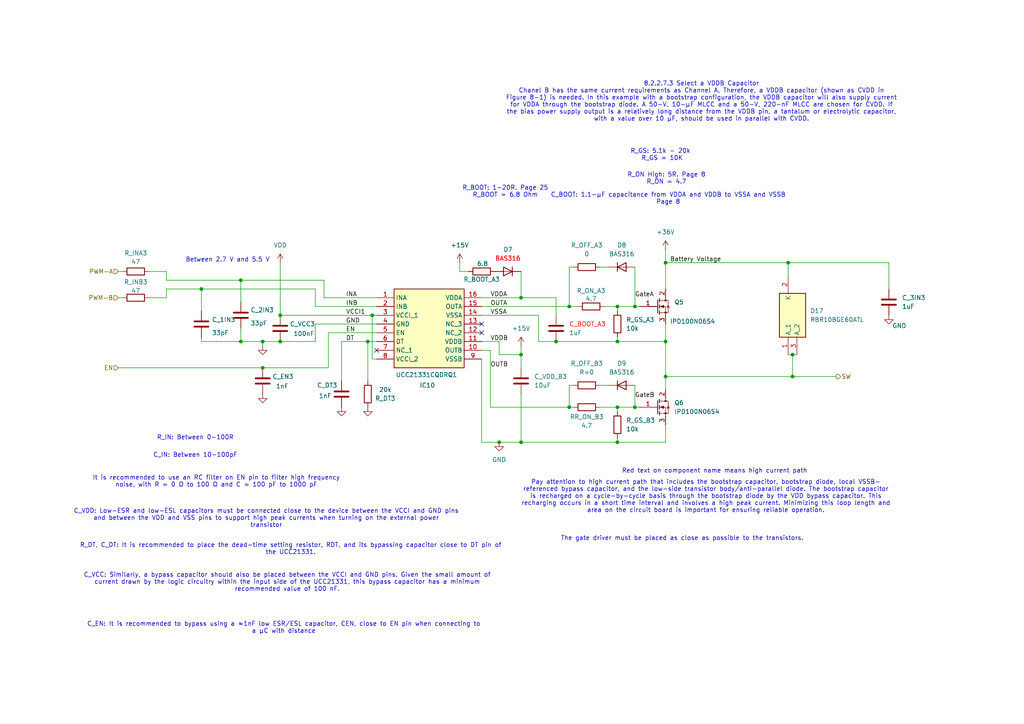
<source format=kicad_sch>
(kicad_sch (version 20231120) (generator "eeschema") (generator_version "8.0")
  (paper "A4")
  (lib_symbols
    (symbol "BSP129_1" (pin_names hide)
      (property "Reference" "Q1" (at 5.08 1.2701 0))
      (property "Value" "IPD100N06S4" (at 5.08 -1.2699 0))
      (symbol "BSP129_1_0_1"
        (polyline (pts (xy 0.254 0) (xy -2.54 0)))
        (polyline (pts (xy 0.254 1.905) (xy 0.254 -1.905)) (stroke (width 0.254)))
        (polyline (pts (xy 0.762 -1.27) (xy 0.762 -2.286)) (stroke (width 0.254)))
        (polyline (pts (xy 0.762 0.508) (xy 0.762 -0.508)) (stroke (width 0.254)))
        (polyline (pts (xy 0.762 2.286) (xy 0.762 1.27)) (stroke (width 0.254)))
        (polyline (pts (xy 2.54 2.54) (xy 2.54 1.778)))
        (polyline (pts (xy 2.54 -2.54) (xy 2.54 0) (xy 0.762 0)))
        (polyline (pts (xy 0.762 -1.778) (xy 3.302 -1.778) (xy 3.302 1.778) (xy 0.762 1.778)))
        (polyline (pts (xy 1.016 0) (xy 2.032 0.381) (xy 2.032 -0.381) (xy 1.016 0)) (fill (type outline)))
        (polyline (pts (xy 3.302 0.381) (xy 2.921 -0.254) (xy 3.683 -0.254) (xy 3.302 0.381)))
        (circle (center 2.54 -1.778) (radius 0.254) (fill (type outline)))
        (circle (center 2.54 1.778) (radius 0.254) (fill (type outline)))
      )
      (symbol "BSP129_1_1_1"
        (pin input line (at -5.08 0 0) (length 5.08) (name "G") (number "1"))
        (pin passive line (at 2.54 5.08 270) (length 2.54) (name "D") (number "2"))
        (pin passive line (at 2.54 -5.08 90) (length 2.54) (name "S") (number "3"))
      )
    )
    (symbol "Device:C" (pin_numbers hide) (pin_names (offset 0.254))
      (property "Reference" "C" (at 0.635 2.54 0))
      (property "Value" "C" (at 0.635 -2.54 0))
      (symbol "C_0_1"
        (polyline (pts (xy -2.032 -0.762) (xy 2.032 -0.762)) (stroke (width 0.508)))
        (polyline (pts (xy -2.032 0.762) (xy 2.032 0.762)) (stroke (width 0.508)))
      )
      (symbol "C_1_1"
        (pin passive line (at 0 3.81 270) (length 2.794) (name "~") (number "1"))
        (pin passive line (at 0 -3.81 90) (length 2.794) (name "~") (number "2"))
      )
    )
    (symbol "Device:R" (pin_numbers hide) (pin_names (offset 0))
      (property "Reference" "R" (at 2.032 0 90))
      (property "Value" "R" (at 0 0 90))
      (symbol "R_0_1"
        (rectangle (start -1.016 -2.54) (end 1.016 2.54) (stroke (width 0.254)))
      )
      (symbol "R_1_1"
        (pin passive line (at 0 3.81 270) (length 1.27) (name "~") (number "1"))
        (pin passive line (at 0 -3.81 90) (length 1.27) (name "~") (number "2"))
      )
    )
    (symbol "Diode:BAS316" (pin_numbers hide) (pin_names hide)
      (property "Reference" "D" (at 0 2.54 0))
      (property "Value" "BAS316" (at 0 -2.54 0))
      (symbol "BAS316_0_1"
        (polyline (pts (xy -1.27 1.27) (xy -1.27 -1.27)) (stroke (width 0.254)))
        (polyline (pts (xy 1.27 0) (xy -1.27 0)))
        (polyline (pts (xy 1.27 1.27) (xy 1.27 -1.27) (xy -1.27 0) (xy 1.27 1.27)) (stroke (width 0.254)))
      )
      (symbol "BAS316_1_1"
        (pin passive line (at -3.81 0 0) (length 2.54) (name "K") (number "1"))
        (pin passive line (at 3.81 0 180) (length 2.54) (name "A") (number "2"))
      )
    )
    (symbol "RBR10BGE60ATL:RBR10BGE60ATL"
      (property "Reference" "D" (at 19.05 7.62 0))
      (property "Value" "RBR10BGE60ATL" (at 19.05 5.08 0))
      (symbol "RBR10BGE60ATL_1_1"
        (rectangle (start 5.08 2.54) (end 17.78 -5.08) (stroke (width 0.254)) (fill (type background)))
        (pin passive line (at 0 0 0) (length 5.08) (name "A_1") (number "1"))
        (pin passive line (at 22.86 0 180) (length 5.08) (name "K") (number "2"))
        (pin passive line (at 0 -2.54 0) (length 5.08) (name "A_2") (number "3"))
      )
    )
    (symbol "UCC21331CQDRQ1:UCC21331CQDRQ1"
      (property "Reference" "IC" (at 26.67 7.62 0))
      (property "Value" "UCC21331CQDRQ1" (at 26.67 5.08 0))
      (symbol "UCC21331CQDRQ1_1_1"
        (rectangle (start 5.08 2.54) (end 25.4 -20.32) (stroke (width 0.254)) (fill (type background)))
        (pin passive line (at 0 0 0) (length 5.08) (name "INA") (number "1"))
        (pin passive line (at 30.48 -15.24 180) (length 5.08) (name "OUTB") (number "10"))
        (pin passive line (at 30.48 -12.7 180) (length 5.08) (name "VDDB") (number "11"))
        (pin passive line (at 30.48 -10.16 180) (length 5.08) (name "NC_2") (number "12"))
        (pin passive line (at 30.48 -7.62 180) (length 5.08) (name "NC_3") (number "13"))
        (pin passive line (at 30.48 -5.08 180) (length 5.08) (name "VSSA") (number "14"))
        (pin passive line (at 30.48 -2.54 180) (length 5.08) (name "OUTA") (number "15"))
        (pin passive line (at 30.48 0 180) (length 5.08) (name "VDDA") (number "16"))
        (pin passive line (at 0 -2.54 0) (length 5.08) (name "INB") (number "2"))
        (pin passive line (at 0 -5.08 0) (length 5.08) (name "VCCI_1") (number "3"))
        (pin passive line (at 0 -7.62 0) (length 5.08) (name "GND") (number "4"))
        (pin passive line (at 0 -10.16 0) (length 5.08) (name "EN") (number "5"))
        (pin passive line (at 0 -12.7 0) (length 5.08) (name "DT") (number "6"))
        (pin passive line (at 0 -15.24 0) (length 5.08) (name "NC_1") (number "7"))
        (pin passive line (at 0 -17.78 0) (length 5.08) (name "VCCI_2") (number "8"))
        (pin passive line (at 30.48 -17.78 180) (length 5.08) (name "VSSB") (number "9"))
      )
    )
    (symbol "power:+15V" (power) (pin_numbers hide) (pin_names (offset 0) hide)
      (property "Value" "+15V" (at 0 3.556 0))
      (symbol "+15V_0_1"
        (polyline (pts (xy -0.762 1.27) (xy 0 2.54)))
        (polyline (pts (xy 0 0) (xy 0 2.54)))
        (polyline (pts (xy 0 2.54) (xy 0.762 1.27)))
      )
      (symbol "+15V_1_1"
        (pin power_in line (at 0 0 90) (length 0) (name "~") (number "1"))
      )
    )
    (symbol "power:+36V" (power) (pin_numbers hide) (pin_names (offset 0) hide)
      (property "Value" "+36V" (at 0 3.556 0))
      (symbol "+36V_0_1"
        (polyline (pts (xy -0.762 1.27) (xy 0 2.54)))
        (polyline (pts (xy 0 0) (xy 0 2.54)))
        (polyline (pts (xy 0 2.54) (xy 0.762 1.27)))
      )
      (symbol "+36V_1_1"
        (pin power_in line (at 0 0 90) (length 0) (name "~") (number "1"))
      )
    )
    (symbol "power:GND" (power) (pin_numbers hide) (pin_names (offset 0) hide)
      (property "Value" "GND" (at 0 -3.81 0))
      (symbol "GND_0_1"
        (polyline (pts (xy 0 0) (xy 0 -1.27) (xy 1.27 -1.27) (xy 0 -2.54) (xy -1.27 -1.27) (xy 0 -1.27)))
      )
      (symbol "GND_1_1"
        (pin power_in line (at 0 0 270) (length 0) (name "~") (number "1"))
      )
    )
    (symbol "power:VCC" (power) (pin_numbers hide) (pin_names (offset 0) hide)
      (property "Value" "VCC" (at 0 3.556 0))
      (symbol "VCC_0_1"
        (polyline (pts (xy -0.762 1.27) (xy 0 2.54)))
        (polyline (pts (xy 0 0) (xy 0 2.54)))
        (polyline (pts (xy 0 2.54) (xy 0.762 1.27)))
      )
      (symbol "VCC_1_1"
        (pin power_in line (at 0 0 90) (length 0) (name "~") (number "1"))
      )
    )
  )
  (junction (at 81.28 99.06))
  (junction (at 165.1 88.9))
  (junction (at 69.85 81.28))
  (junction (at 184.15 118.11))
  (junction (at 161.29 99.06))
  (junction (at 106.68 99.06))
  (junction (at 165.1 118.11))
  (junction (at 229.87 109.22))
  (junction (at 228.6 76.2))
  (junction (at 151.13 86.36))
  (junction (at 184.15 88.9))
  (junction (at 69.85 99.06))
  (junction (at 179.07 128.27))
  (junction (at 179.07 99.06))
  (junction (at 229.87 102.87))
  (junction (at 76.2 106.68))
  (junction (at 179.07 118.11))
  (junction (at 76.2 99.06))
  (junction (at 151.13 102.87))
  (junction (at 193.04 76.2))
  (junction (at 151.13 128.27))
  (junction (at 144.78 128.27))
  (junction (at 193.04 99.06))
  (junction (at 179.07 88.9))
  (junction (at 107.95 91.44))
  (junction (at 81.28 91.44))
  (junction (at 58.42 83.82))
  (junction (at 193.04 109.22))
  (no_connect (at 109.22 101.6))
  (no_connect (at 139.7 96.52))
  (no_connect (at 139.7 93.98))
  (wire (pts (xy 106.68 110.49) (xy 106.68 99.06)))
  (wire (pts (xy 156.21 91.44) (xy 156.21 99.06)))
  (wire (pts (xy 193.04 72.39) (xy 193.04 76.2)))
  (wire (pts (xy 176.53 77.47) (xy 173.99 77.47)))
  (wire (pts (xy 91.44 93.98) (xy 109.22 93.98)))
  (wire (pts (xy 99.06 99.06) (xy 106.68 99.06)))
  (wire (pts (xy 156.21 99.06) (xy 161.29 99.06)))
  (wire (pts (xy 257.81 76.2) (xy 257.81 83.82)))
  (wire (pts (xy 193.04 109.22) (xy 193.04 113.03)))
  (wire (pts (xy 81.28 76.2) (xy 81.28 91.44)))
  (wire (pts (xy 91.44 99.06) (xy 91.44 93.98)))
  (wire (pts (xy 144.78 102.87) (xy 151.13 102.87)))
  (wire (pts (xy 81.28 99.06) (xy 91.44 99.06)))
  (wire (pts (xy 69.85 81.28) (xy 69.85 87.63)))
  (wire (pts (xy 144.78 128.27) (xy 151.13 128.27)))
  (wire (pts (xy 179.07 90.17) (xy 179.07 88.9)))
  (wire (pts (xy 193.04 123.19) (xy 193.04 128.27)))
  (wire (pts (xy 76.2 100.33) (xy 76.2 99.06)))
  (wire (pts (xy 179.07 127) (xy 179.07 128.27)))
  (wire (pts (xy 193.04 76.2) (xy 228.6 76.2)))
  (wire (pts (xy 139.7 88.9) (xy 165.1 88.9)))
  (wire (pts (xy 34.29 78.74) (xy 35.56 78.74)))
  (wire (pts (xy 185.42 118.11) (xy 184.15 118.11)))
  (wire (pts (xy 48.26 86.36) (xy 48.26 83.82)))
  (wire (pts (xy 179.07 99.06) (xy 193.04 99.06)))
  (wire (pts (xy 107.95 104.14) (xy 107.95 91.44)))
  (wire (pts (xy 151.13 102.87) (xy 151.13 106.68)))
  (wire (pts (xy 179.07 118.11) (xy 184.15 118.11)))
  (wire (pts (xy 139.7 101.6) (xy 142.24 101.6)))
  (wire (pts (xy 144.78 102.87) (xy 144.78 99.06)))
  (wire (pts (xy 151.13 78.74) (xy 151.13 86.36)))
  (wire (pts (xy 34.29 106.68) (xy 76.2 106.68)))
  (wire (pts (xy 58.42 83.82) (xy 91.44 83.82)))
  (wire (pts (xy 107.95 91.44) (xy 109.22 91.44)))
  (wire (pts (xy 151.13 114.3) (xy 151.13 128.27)))
  (wire (pts (xy 179.07 119.38) (xy 179.07 118.11)))
  (wire (pts (xy 133.35 76.2) (xy 133.35 78.74)))
  (wire (pts (xy 151.13 100.33) (xy 151.13 102.87)))
  (wire (pts (xy 228.6 102.87) (xy 229.87 102.87)))
  (wire (pts (xy 228.6 76.2) (xy 228.6 80.01)))
  (wire (pts (xy 184.15 118.11) (xy 184.15 111.76)))
  (wire (pts (xy 109.22 104.14) (xy 107.95 104.14)))
  (wire (pts (xy 165.1 77.47) (xy 165.1 88.9)))
  (wire (pts (xy 106.68 99.06) (xy 109.22 99.06)))
  (wire (pts (xy 176.53 111.76) (xy 173.99 111.76)))
  (wire (pts (xy 151.13 128.27) (xy 179.07 128.27)))
  (wire (pts (xy 179.07 128.27) (xy 193.04 128.27)))
  (wire (pts (xy 91.44 83.82) (xy 91.44 88.9)))
  (wire (pts (xy 175.26 88.9) (xy 179.07 88.9)))
  (wire (pts (xy 34.29 86.36) (xy 35.56 86.36)))
  (wire (pts (xy 69.85 99.06) (xy 69.85 95.25)))
  (wire (pts (xy 142.24 118.11) (xy 165.1 118.11)))
  (wire (pts (xy 95.25 106.68) (xy 95.25 96.52)))
  (wire (pts (xy 229.87 102.87) (xy 231.14 102.87)))
  (wire (pts (xy 48.26 78.74) (xy 48.26 81.28)))
  (wire (pts (xy 69.85 99.06) (xy 76.2 99.06)))
  (wire (pts (xy 151.13 86.36) (xy 161.29 86.36)))
  (wire (pts (xy 161.29 99.06) (xy 179.07 99.06)))
  (wire (pts (xy 93.98 86.36) (xy 109.22 86.36)))
  (wire (pts (xy 166.37 77.47) (xy 165.1 77.47)))
  (wire (pts (xy 165.1 118.11) (xy 166.37 118.11)))
  (wire (pts (xy 165.1 88.9) (xy 167.64 88.9)))
  (wire (pts (xy 43.18 86.36) (xy 48.26 86.36)))
  (wire (pts (xy 193.04 99.06) (xy 193.04 109.22)))
  (wire (pts (xy 179.07 97.79) (xy 179.07 99.06)))
  (wire (pts (xy 69.85 81.28) (xy 93.98 81.28)))
  (wire (pts (xy 144.78 99.06) (xy 139.7 99.06)))
  (wire (pts (xy 139.7 104.14) (xy 139.7 128.27)))
  (wire (pts (xy 76.2 99.06) (xy 81.28 99.06)))
  (wire (pts (xy 93.98 81.28) (xy 93.98 86.36)))
  (wire (pts (xy 165.1 111.76) (xy 165.1 118.11)))
  (wire (pts (xy 193.04 76.2) (xy 193.04 83.82)))
  (wire (pts (xy 95.25 96.52) (xy 109.22 96.52)))
  (wire (pts (xy 139.7 91.44) (xy 156.21 91.44)))
  (wire (pts (xy 139.7 128.27) (xy 144.78 128.27)))
  (wire (pts (xy 229.87 102.87) (xy 229.87 109.22)))
  (wire (pts (xy 133.35 78.74) (xy 135.89 78.74)))
  (wire (pts (xy 142.24 101.6) (xy 142.24 118.11)))
  (wire (pts (xy 193.04 93.98) (xy 193.04 99.06)))
  (wire (pts (xy 58.42 99.06) (xy 69.85 99.06)))
  (wire (pts (xy 43.18 78.74) (xy 48.26 78.74)))
  (wire (pts (xy 184.15 77.47) (xy 184.15 88.9)))
  (wire (pts (xy 166.37 111.76) (xy 165.1 111.76)))
  (wire (pts (xy 161.29 86.36) (xy 161.29 91.44)))
  (wire (pts (xy 48.26 81.28) (xy 69.85 81.28)))
  (wire (pts (xy 228.6 76.2) (xy 257.81 76.2)))
  (wire (pts (xy 179.07 88.9) (xy 184.15 88.9)))
  (wire (pts (xy 48.26 83.82) (xy 58.42 83.82)))
  (wire (pts (xy 99.06 110.49) (xy 99.06 99.06)))
  (wire (pts (xy 193.04 109.22) (xy 229.87 109.22)))
  (wire (pts (xy 58.42 97.79) (xy 58.42 99.06)))
  (wire (pts (xy 91.44 88.9) (xy 109.22 88.9)))
  (wire (pts (xy 229.87 109.22) (xy 242.57 109.22)))
  (wire (pts (xy 81.28 91.44) (xy 107.95 91.44)))
  (wire (pts (xy 173.99 118.11) (xy 179.07 118.11)))
  (wire (pts (xy 58.42 83.82) (xy 58.42 90.17)))
  (wire (pts (xy 185.42 88.9) (xy 184.15 88.9)))
  (wire (pts (xy 139.7 86.36) (xy 151.13 86.36)))
  (wire (pts (xy 76.2 106.68) (xy 95.25 106.68)))
  (text "R_IN: Between 0-100R" (at 56.642 127 0) (effects (font (size 1.27 1.27))))
  (text "C_EN: It is recommended to bypass using a ≈1nF low ESR/ESL capacitor, CEN, close to EN pin when connecting to\na μC with distance" (at 82.296 182.118 0) (effects (font (size 1.27 1.27))))
  (text "R_ON High: 5R. Page 8\nR_ON = 4.7" (at 193.294 51.816 0) (effects (font (size 1.27 1.27))))
  (text "R_DT, C_DT: It is recommended to place the dead-time setting resistor, RDT, and its bypassing capacitor close to DT pin of\nthe UCC21331." (at 84.328 159.258 0) (effects (font (size 1.27 1.27))))
  (text "R_GS: 5.1k - 20k \nR_GS = 10K" (at 192.024 44.958 0) (effects (font (size 1.27 1.27))))
  (text "R_BOOT: 1-20R. Page 25\nR_BOOT = 6.8 Ohm" (at 146.558 55.626 0) (effects (font (size 1.27 1.27))))
  (text "Between 2.7 V and 5.5 V" (at 66.04 75.438 0) (effects (font (size 1.27 1.27))))
  (text "The gate driver must be placed as close as possible to the transistors." (at 197.866 156.21 0) (effects (font (size 1.27 1.27))))
  (text "C_BOOT: 1.1-μF capacitance from VDDA and VDDB to VSSA and VSSB\nPage 8" (at 193.802 57.658 0) (effects (font (size 1.27 1.27))))
  (text "It is recommended to use an RC filter on EN pin to filter high frequency\nnoise, with R = 0 Ω to 100 Ω and C = 100 pF to 1000 pF" (at 62.738 139.7 0) (effects (font (size 1.27 1.27))))
  (text "Pay attention to high current path that includes the bootstrap capacitor, bootstrap diode, local VSSB-\nreferenced bypass capacitor, and the low-side transistor body/anti-parallel diode. The bootstrap capacitor\nis recharged on a cycle-by-cycle basis through the bootstrap diode by the VDD bypass capacitor. This\nrecharging occurs in a short time interval and involves a high peak current. Minimizing this loop length and\narea on the circuit board is important for ensuring reliable operation." (at 204.724 144.018 0) (effects (font (size 1.27 1.27))))
  (text "8.2.2.7.3 Select a VDDB Capacitor\nChanel B has the same current requirements as Channel A, Therefore, a VDDB capacitor (shown as CVDD in\nFigure 8-1) is needed. In this example with a bootstrap configuration, the VDDB capacitor will also supply current\nfor VDDA through the bootstrap diode. A 50-V, 10-μF MLCC and a 50-V, 220-nF MLCC are chosen for CVDD. If\nthe bias power supply output is a relatively long distance from the VDDB pin, a tantalum or electrolytic capacitor,\nwith a value over 10 μF, should be used in parallel with CVDD." (at 203.454 29.464 0) (effects (font (size 1.27 1.27))))
  (text "C_VCC: Similarly, a bypass capacitor should also be placed between the VCCI and GND pins. Given the small amount of\ncurrent drawn by the logic circuitry within the input side of the UCC21331, this bypass capacitor has a minimum\nrecommended value of 100 nF." (at 83.312 168.91 0) (effects (font (size 1.27 1.27))))
  (text "C_VDD: Low-ESR and low-ESL capacitors must be connected close to the device between the VCCI and GND pins\nand between the VDD and VSS pins to support high peak currents when turning on the external power\ntransistor" (at 77.216 150.368 0) (effects (font (size 1.27 1.27))))
  (text "C_IN: Between 10-100pF" (at 56.642 132.08 0) (effects (font (size 1.27 1.27))))
  (text "Red text on component name means high current path" (at 207.264 136.652 0) (effects (font (size 1.27 1.27))))
  (label "INA" (at 100.33 86.36 0))
  (label "INB" (at 100.33 88.9 0))
  (label "OUTA" (at 142.24 88.9 0))
  (label "GateB" (at 184.15 115.57 0))
  (label "GateA" (at 184.15 86.36 0))
  (label "GND" (at 100.33 93.98 0))
  (label "VSSA" (at 142.24 91.44 0))
  (label "EN" (at 100.33 96.52 0))
  (label "VDDB" (at 142.24 99.06 0))
  (label "DT" (at 100.33 99.06 0))
  (label "VDDA" (at 142.24 86.36 0))
  (label "VCCI1" (at 100.33 91.44 0))
  (label "OUTB" (at 142.24 106.68 0))
  (label "Battery Voltage" (at 194.31 76.2 0))
  (hierarchical_label "EN" (shape input) (at 34.29 106.68 180))
  (hierarchical_label "SW" (shape output) (at 242.57 109.22 0))
  (hierarchical_label "PWM-A" (shape input) (at 34.29 78.74 180))
  (hierarchical_label "PWM-B" (shape input) (at 34.29 86.36 180))
  (symbol (lib_id "Device:C") (at 257.81 87.63 0) (unit 1)
    (property "Reference" "C_3IN3" (at 261.62 86.3599 0) (effects (justify left)))
    (property "Value" "1uF" (at 261.62 88.8999 0) (effects (justify left)))
    (property "Footprint" "Capacitor_SMD:C_0805_2012Metric" (effects (hide yes)))
    (property "Description" "Unpolarized capacitor" (effects (hide yes)))
    (instances (project "ESC_Texas" (path "" (reference "C_3IN3") (unit 1)) (path "" (reference "C_3IN2") (unit 1)) (path "" (reference "C_3IN1") (unit 1))))
  )
  (symbol (lib_id "Device:C") (at 99.06 114.3 0) (unit 1)
    (property "Reference" "C_DT3" (at 91.948 111.76 0) (effects (justify left)))
    (property "Value" "1nF" (at 92.456 114.808 0) (effects (justify left)))
    (property "Footprint" "Capacitor_SMD:C_0805_2012Metric" (effects (hide yes)))
    (property "Description" "Unpolarized capacitor" (effects (hide yes)))
    (instances (project "ESC_Texas" (path "" (reference "C_DT3") (unit 1)) (path "" (reference "C_DT2") (unit 1)) (path "" (reference "C_DT1") (unit 1))))
  )
  (symbol (lib_id "Device:R") (at 139.7 78.74 90) (unit 1)
    (property "Reference" "R_BOOT_A3" (at 139.7 81.026 90))
    (property "Value" "6.8" (at 139.954 76.454 90))
    (property "Footprint" "Resistor_SMD:R_0805_2012Metric" (effects (hide yes)))
    (property "Description" "Resistor" (effects (hide yes)))
    (instances (project "ESC_Texas" (path "" (reference "R_BOOT_A3") (unit 1)) (path "" (reference "R_BOOT_A2") (unit 1)) (path "" (reference "R_BOOT_A1") (unit 1))))
  )
  (symbol (lib_id "power:GND") (at 76.2 114.3 0) (unit 1)
    (property "Reference" "#PWR068" (effects (hide yes)))
    (property "Value" "GND" (effects (hide yes)))
    (property "Description" "Power symbol creates a global label with name \"GND\" , ground" (effects (hide yes)))
    (instances (project "ESC_Texas" (path "" (reference "#PWR068") (unit 1)) (path "" (reference "#PWR049") (unit 1)) (path "" (reference "#PWR021") (unit 1))))
  )
  (symbol (lib_id "Device:R") (at 106.68 114.3 180) (unit 1)
    (property "Reference" "R_DT3" (at 111.76 115.57 0))
    (property "Value" "20k" (at 111.76 113.03 0))
    (property "Footprint" "Resistor_SMD:R_0805_2012Metric" (effects (hide yes)))
    (property "Description" "Resistor" (effects (hide yes)))
    (instances (project "ESC_Texas" (path "" (reference "R_DT3") (unit 1)) (path "" (reference "R_DT2") (unit 1)) (path "" (reference "R_DT1") (unit 1))))
  )
  (symbol (lib_name "BSP129_1") (lib_id "Transistor_FET:BSP129") (at 190.5 118.11 0) (unit 1)
    (property "Reference" "Q6" (at 195.58 116.8399 0) (effects (justify left)))
    (property "Value" "IPD100N06S4" (at 195.58 119.3799 0) (effects (justify left)))
    (property "Footprint" "IPD100N06S4-03:TRANS_BTS3060TFATMA1" (effects (hide yes)))
    (property "Datasheet" "https://www.infineon.com/dgdl/Infineon-BSP129-DS-v01_42-en.pdf?fileId=db3a30433c1a8752013c1fc296d2395f" (effects (hide yes)))
    (property "Description" "0.35A Id, 240V Vds, N-Channel MOSFET, SOT-223" (effects (hide yes)))
    (instances (project "ESC_Texas" (path "" (reference "Q6") (unit 1)) (path "" (reference "Q4") (unit 1)) (path "" (reference "Q2") (unit 1))))
  )
  (symbol (lib_id "Diode:BAS316") (at 180.34 111.76 0) (unit 1)
    (property "Reference" "D9" (at 180.34 105.41 0))
    (property "Value" "BAS316" (at 180.34 107.95 0))
    (property "Footprint" "Diode_SMD:D_SOD-323" (effects (hide yes)))
    (property "Datasheet" "https://assets.nexperia.com/documents/data-sheet/BAS16_SER.pdf" (effects (hide yes)))
    (property "Description" "100V, 0.25A, High-speed Switching Diode, SOD-323" (effects (hide yes)))
    (property "Sim.Device" "D" (effects (hide yes)))
    (property "Sim.Pins" "1=K 2=A" (effects (hide yes)))
    (instances (project "ESC_Texas" (path "" (reference "D9") (unit 1)) (path "" (reference "D6") (unit 1)) (path "" (reference "D3") (unit 1))))
  )
  (symbol (lib_id "Device:R") (at 170.18 77.47 90) (unit 1)
    (property "Reference" "R_OFF_A3" (at 170.18 71.12 90))
    (property "Value" "0" (at 170.18 73.66 90))
    (property "Footprint" "Resistor_SMD:R_0805_2012Metric" (effects (hide yes)))
    (property "Description" "Resistor" (effects (hide yes)))
    (instances (project "ESC_Texas" (path "" (reference "R_OFF_A3") (unit 1)) (path "" (reference "R_OFF_A2") (unit 1)) (path "" (reference "R_OFF_A1") (unit 1))))
  )
  (symbol (lib_id "power:GND") (at 76.2 100.33 0) (unit 1)
    (property "Reference" "#PWR067" (effects (hide yes)))
    (property "Value" "GND" (effects (hide yes)))
    (property "Description" "Power symbol creates a global label with name \"GND\" , ground" (effects (hide yes)))
    (instances (project "ESC_Texas" (path "" (reference "#PWR067") (unit 1)) (path "" (reference "#PWR048") (unit 1)) (path "" (reference "#PWR020") (unit 1))))
  )
  (symbol (lib_id "Device:C") (at 151.13 110.49 0) (unit 1)
    (property "Reference" "C_VDD_B3" (at 154.94 109.2199 0) (effects (justify left)))
    (property "Value" "10uF" (at 154.94 111.7599 0) (effects (justify left)))
    (property "Footprint" "Capacitor_SMD:C_0805_2012Metric" (effects (hide yes)))
    (property "Description" "Unpolarized capacitor" (effects (hide yes)))
    (instances (project "ESC_Texas" (path "" (reference "C_VDD_B3") (unit 1)) (path "" (reference "C_VDD_B2") (unit 1)) (path "" (reference "C_VDD_B1") (unit 1))))
  )
  (symbol (lib_id "Device:R") (at 170.18 118.11 90) (unit 1)
    (property "Reference" "RR_ON_B3" (at 170.18 120.904 90))
    (property "Value" "4.7" (at 170.18 123.444 90))
    (property "Footprint" "Resistor_SMD:R_0805_2012Metric" (effects (hide yes)))
    (property "Description" "Resistor" (effects (hide yes)))
    (instances (project "ESC_Texas" (path "" (reference "RR_ON_B3") (unit 1)) (path "" (reference "RR_ON_B2") (unit 1)) (path "" (reference "RR_ON_B1") (unit 1))))
  )
  (symbol (lib_id "Device:R") (at 179.07 123.19 180) (unit 1)
    (property "Reference" "R_GS_B3" (at 181.61 121.9199 0) (effects (justify right)))
    (property "Value" "10k" (at 181.61 124.4599 0) (effects (justify right)))
    (property "Footprint" "Resistor_SMD:R_0805_2012Metric" (effects (hide yes)))
    (property "Description" "Resistor" (effects (hide yes)))
    (instances (project "ESC_Texas" (path "" (reference "R_GS_B3") (unit 1)) (path "" (reference "R_GS_B2") (unit 1)) (path "" (reference "R_GS_B1") (unit 1))))
  )
  (symbol (lib_id "power:GND") (at 106.68 118.11 0) (unit 1)
    (property "Reference" "#PWR071" (effects (hide yes)))
    (property "Value" "GND" (effects (hide yes)))
    (property "Description" "Power symbol creates a global label with name \"GND\" , ground" (effects (hide yes)))
    (instances (project "ESC_Texas" (path "" (reference "#PWR071") (unit 1)) (path "" (reference "#PWR052") (unit 1)) (path "" (reference "#PWR024") (unit 1))))
  )
  (symbol (lib_id "power:GND") (at 257.81 91.44 0) (unit 1)
    (property "Reference" "#PWR076" (effects (hide yes)))
    (property "Value" "GND" (at 260.858 94.488 0))
    (property "Description" "Power symbol creates a global label with name \"GND\" , ground" (effects (hide yes)))
    (instances (project "ESC_Texas" (path "" (reference "#PWR076") (unit 1)) (path "" (reference "#PWR057") (unit 1)) (path "" (reference "#PWR029") (unit 1))))
  )
  (symbol (lib_id "power:VCC") (at 81.28 76.2 0) (unit 1)
    (property "Reference" "#PWR069" (effects (hide yes)))
    (property "Value" "VDD" (at 81.28 71.12 0))
    (property "Description" "Power symbol creates a global label with name \"VCC\"" (effects (hide yes)))
    (instances (project "ESC_Texas" (path "" (reference "#PWR069") (unit 1)) (path "" (reference "#PWR050") (unit 1)) (path "" (reference "#PWR022") (unit 1))))
  )
  (symbol (lib_id "Device:R") (at 170.18 111.76 90) (unit 1)
    (property "Reference" "R_OFF_B3" (at 170.18 105.41 90))
    (property "Value" "R=0" (at 170.18 107.95 90))
    (property "Footprint" "Resistor_SMD:R_0805_2012Metric" (effects (hide yes)))
    (property "Description" "Resistor" (effects (hide yes)))
    (instances (project "ESC_Texas" (path "" (reference "R_OFF_B3") (unit 1)) (path "" (reference "R_OFF_B2") (unit 1)) (path "" (reference "R_OFF_B1") (unit 1))))
  )
  (symbol (lib_id "Diode:BAS316") (at 180.34 77.47 0) (unit 1)
    (property "Reference" "D8" (at 180.34 71.12 0))
    (property "Value" "BAS316" (at 180.34 73.66 0))
    (property "Footprint" "Diode_SMD:D_SOD-323" (effects (hide yes)))
    (property "Datasheet" "https://assets.nexperia.com/documents/data-sheet/BAS16_SER.pdf" (effects (hide yes)))
    (property "Description" "100V, 0.25A, High-speed Switching Diode, SOD-323" (effects (hide yes)))
    (property "Sim.Device" "D" (effects (hide yes)))
    (property "Sim.Pins" "1=K 2=A" (effects (hide yes)))
    (instances (project "ESC_Texas" (path "" (reference "D8") (unit 1)) (path "" (reference "D5") (unit 1)) (path "" (reference "D2") (unit 1))))
  )
  (symbol (lib_id "RBR10BGE60ATL:RBR10BGE60ATL") (at 228.6 102.87 90) (unit 1)
    (property "Reference" "D17" (at 234.95 90.1699 90) (effects (justify right)))
    (property "Value" "RBR10BGE60ATL" (at 234.95 92.7099 90) (effects (justify right)))
    (property "Footprint" "RBR10BGE60ATL:RD3P175SNFRATL" (effects (hide yes)))
    (property "Datasheet" "https://fscdn.rohm.com/en/products/databook/datasheet/discrete/diode/schottky_barrier/rbr10bge60atl-e.pdf" (effects (hide yes)))
    (property "Description" "60V, 10A, TO-252, Cathode Common, Low V<sub>F</sub> Schottky Barrier Diode" (effects (hide yes)))
    (property "Manufacturer_Name" "ROHM Semiconductor" (effects (hide yes)))
    (property "Manufacturer_Part_Number" "RBR10BGE60ATL" (effects (hide yes)))
    (instances (project "" (path "" (reference "D17") (unit 1)) (path "" (reference "D16") (unit 1)) (path "" (reference "D15") (unit 1))))
  )
  (symbol (lib_id "power:+36V") (at 193.04 72.39 0) (unit 1)
    (property "Reference" "#PWR075" (effects (hide yes)))
    (property "Value" "+36V" (at 193.04 67.31 0))
    (property "Description" "Power symbol creates a global label with name \"+36V\"" (effects (hide yes)))
    (instances (project "ESC_Texas" (path "" (reference "#PWR075") (unit 1)) (path "" (reference "#PWR056") (unit 1)) (path "" (reference "#PWR028") (unit 1))))
  )
  (symbol (lib_id "Device:C") (at 81.28 95.25 0) (unit 1)
    (property "Reference" "C_VCC3" (at 84.074 93.98 0) (effects (justify left)))
    (property "Value" "100nF" (at 85.09 96.7739 0) (effects (justify left)))
    (property "Footprint" "Capacitor_SMD:C_0805_2012Metric" (effects (hide yes)))
    (property "Description" "Unpolarized capacitor" (effects (hide yes)))
    (instances (project "ESC_Texas" (path "" (reference "C_VCC3") (unit 1)) (path "" (reference "C_VCC2") (unit 1)) (path "" (reference "C_VCC1") (unit 1))))
  )
  (symbol (lib_id "Device:C") (at 58.42 93.98 0) (unit 1)
    (property "Reference" "C_1IN3" (at 61.468 92.71 0) (effects (justify left)))
    (property "Value" "33pF" (at 61.468 96.52 0) (effects (justify left)))
    (property "Footprint" "Capacitor_SMD:C_0805_2012Metric" (effects (hide yes)))
    (property "Description" "Unpolarized capacitor" (effects (hide yes)))
    (instances (project "ESC_Texas" (path "" (reference "C_1IN3") (unit 1)) (path "" (reference "C_1IN2") (unit 1)) (path "" (reference "C_1IN1") (unit 1))))
  )
  (symbol (lib_id "power:GND") (at 99.06 118.11 0) (unit 1)
    (property "Reference" "#PWR070" (effects (hide yes)))
    (property "Value" "GND" (effects (hide yes)))
    (property "Description" "Power symbol creates a global label with name \"GND\" , ground" (effects (hide yes)))
    (instances (project "ESC_Texas" (path "" (reference "#PWR070") (unit 1)) (path "" (reference "#PWR051") (unit 1)) (path "" (reference "#PWR023") (unit 1))))
  )
  (symbol (lib_id "Device:R") (at 179.07 93.98 180) (unit 1)
    (property "Reference" "R_GS_A3" (at 181.61 92.7099 0) (effects (justify right)))
    (property "Value" "10k" (at 181.61 95.2499 0) (effects (justify right)))
    (property "Footprint" "Resistor_SMD:R_0805_2012Metric" (effects (hide yes)))
    (property "Description" "Resistor" (effects (hide yes)))
    (instances (project "ESC_Texas" (path "" (reference "R_GS_A3") (unit 1)) (path "" (reference "R_GS_A2") (unit 1)) (path "" (reference "R_GS_A1") (unit 1))))
  )
  (symbol (lib_id "Device:R") (at 39.37 78.74 90) (unit 1)
    (property "Reference" "R_INA3" (at 39.37 73.406 90))
    (property "Value" "47" (at 39.37 75.946 90))
    (property "Footprint" "Resistor_SMD:R_0805_2012Metric" (effects (hide yes)))
    (property "Description" "Resistor" (effects (hide yes)))
    (instances (project "ESC_Texas" (path "" (reference "R_INA3") (unit 1)) (path "" (reference "R_INA2") (unit 1)) (path "" (reference "R_INA1") (unit 1))))
  )
  (symbol (lib_id "Device:C") (at 76.2 110.49 0) (unit 1)
    (property "Reference" "C_EN3" (at 78.994 109.22 0) (effects (justify left)))
    (property "Value" "1nF" (at 80.01 112.0139 0) (effects (justify left)))
    (property "Footprint" "Capacitor_SMD:C_0805_2012Metric" (effects (hide yes)))
    (property "Description" "Unpolarized capacitor" (effects (hide yes)))
    (instances (project "ESC_Texas" (path "" (reference "C_EN3") (unit 1)) (path "" (reference "C_EN2") (unit 1)) (path "" (reference "C_EN1") (unit 1))))
  )
  (symbol (lib_id "power:+15V") (at 151.13 100.33 0) (unit 1)
    (property "Reference" "#PWR074" (effects (hide yes)))
    (property "Value" "+15V" (at 151.13 95.25 0))
    (property "Description" "Power symbol creates a global label with name \"+15V\"" (effects (hide yes)))
    (instances (project "ESC_Texas" (path "" (reference "#PWR074") (unit 1)) (path "" (reference "#PWR055") (unit 1)) (path "" (reference "#PWR027") (unit 1))))
  )
  (symbol (lib_id "Device:R") (at 39.37 86.36 90) (unit 1)
    (property "Reference" "R_INB3" (at 39.37 81.788 90))
    (property "Value" "47" (at 39.37 84.328 90))
    (property "Footprint" "Resistor_SMD:R_0805_2012Metric" (effects (hide yes)))
    (property "Description" "Resistor" (effects (hide yes)))
    (instances (project "ESC_Texas" (path "" (reference "R_INB3") (unit 1)) (path "" (reference "R_INB2") (unit 1)) (path "" (reference "R_INB1") (unit 1))))
  )
  (symbol (lib_id "Diode:BAS316") (at 147.32 78.74 180) (unit 1)
    (property "Reference" "D7" (at 147.32 72.39 0))
    (property "Value" "BAS316" (at 147.32 74.93 0))
    (property "Footprint" "Diode_SMD:D_SOD-323" (effects (hide yes)))
    (property "Datasheet" "https://assets.nexperia.com/documents/data-sheet/BAS16_SER.pdf" (effects (hide yes)))
    (property "Description" "100V, 0.25A, High-speed Switching Diode, SOD-323" (effects (hide yes)))
    (property "Sim.Device" "D" (effects (hide yes)))
    (property "Sim.Pins" "1=K 2=A" (effects (hide yes)))
    (instances (project "ESC_Texas" (path "" (reference "D7") (unit 1)) (path "" (reference "D4") (unit 1)) (path "" (reference "D1") (unit 1))))
  )
  (symbol (lib_id "UCC21331CQDRQ1:UCC21331CQDRQ1") (at 109.22 86.36 0) (unit 1)
    (property "Reference" "IC10" (at 123.952 111.76 0))
    (property "Value" "UCC21331CQDRQ1" (at 123.698 108.712 0))
    (property "Footprint" "LIB_UCC21331CQDRQ1:SOIC127P600X175-16N" (effects (hide yes)))
    (property "Datasheet" "https://www.ti.com/lit/ds/symlink/ucc21331-q1.pdf?ts=1722154499216&ref_url=https%253A%252F%252Fwww.ti.com%252Fproduct%252FUCC21331-Q1%252Fpart-details%252FUCC21331CQDRQ1%253Fbm-verify%253DAAQAAAAJ_____6ibDDw9gyjHXzXNDxbQRYbfhbILQG6rv3CGUkxF081gbmveQm7Pmhs" (effects (hide yes)))
    (property "Description" "Gate Drivers Automotive, 3kVRMS 4A/6A two-channel gate driver with enable logic and programmable deadtime" (effects (hide yes)))
    (property "Height" "1.75" (effects (hide yes)))
    (property "Manufacturer_Name" "Texas Instruments" (effects (hide yes)))
    (property "Manufacturer_Part_Number" "UCC21331CQDRQ1" (effects (hide yes)))
    (instances (project "ESC_Texas" (path "" (reference "IC10") (unit 1)) (path "" (reference "IC7") (unit 1)) (path "" (reference "IC2") (unit 1))))
  )
  (symbol (lib_id "Device:R") (at 171.45 88.9 90) (unit 1)
    (property "Reference" "R_ON_A3" (at 171.45 84.328 90))
    (property "Value" "4.7" (at 171.45 86.614 90))
    (property "Footprint" "Resistor_SMD:R_0805_2012Metric" (effects (hide yes)))
    (property "Description" "Resistor" (effects (hide yes)))
    (instances (project "ESC_Texas" (path "" (reference "R_ON_A3") (unit 1)) (path "" (reference "R_ON_A2") (unit 1)) (path "" (reference "R_ON_A1") (unit 1))))
  )
  (symbol (lib_id "power:GND") (at 144.78 128.27 0) (unit 1)
    (property "Reference" "#PWR073" (effects (hide yes)))
    (property "Value" "GND" (at 144.78 133.35 0))
    (property "Description" "Power symbol creates a global label with name \"GND\" , ground" (effects (hide yes)))
    (instances (project "ESC_Texas" (path "" (reference "#PWR073") (unit 1)) (path "" (reference "#PWR054") (unit 1)) (path "" (reference "#PWR026") (unit 1))))
  )
  (symbol (lib_id "Device:C") (at 69.85 91.44 0) (unit 1)
    (property "Reference" "C_2IN3" (at 72.644 89.916 0) (effects (justify left)))
    (property "Value" "33pF" (at 72.644 93.726 0) (effects (justify left)))
    (property "Footprint" "Capacitor_SMD:C_0805_2012Metric" (effects (hide yes)))
    (property "Description" "Unpolarized capacitor" (effects (hide yes)))
    (instances (project "ESC_Texas" (path "" (reference "C_2IN3") (unit 1)) (path "" (reference "C_2IN2") (unit 1)) (path "" (reference "C_2IN1") (unit 1))))
  )
  (symbol (lib_id "Device:C") (at 161.29 95.25 0) (unit 1)
    (property "Reference" "C_BOOT_A3" (at 165.1 93.9799 0) (effects (justify left)))
    (property "Value" "1uF" (at 165.1 96.5199 0) (effects (justify left)))
    (property "Footprint" "Capacitor_SMD:C_0805_2012Metric" (effects (hide yes)))
    (property "Description" "Unpolarized capacitor" (effects (hide yes)))
    (instances (project "ESC_Texas" (path "" (reference "C_BOOT_A3") (unit 1)) (path "" (reference "C_BOOT_A2") (unit 1)) (path "" (reference "C_BOOT_A1") (unit 1))))
  )
  (symbol (lib_id "power:+15V") (at 133.35 76.2 0) (unit 1)
    (property "Reference" "#PWR072" (effects (hide yes)))
    (property "Value" "+15V" (at 133.35 71.12 0))
    (property "Description" "Power symbol creates a global label with name \"+15V\"" (effects (hide yes)))
    (instances (project "ESC_Texas" (path "" (reference "#PWR072") (unit 1)) (path "" (reference "#PWR053") (unit 1)) (path "" (reference "#PWR025") (unit 1))))
  )
  (symbol (lib_name "BSP129_1") (lib_id "Transistor_FET:BSP129") (at 190.5 88.9 0) (unit 1)
    (property "Reference" "Q5" (at 195.58 87.6299 0) (effects (justify left)))
    (property "Value" "IPD100N06S4" (at 194.31 93.218 0) (effects (justify left)))
    (property "Footprint" "IPD100N06S4-03:TRANS_BTS3060TFATMA1" (effects (hide yes)))
    (property "Datasheet" "https://www.infineon.com/dgdl/Infineon-BSP129-DS-v01_42-en.pdf?fileId=db3a30433c1a8752013c1fc296d2395f" (effects (hide yes)))
    (property "Description" "0.35A Id, 240V Vds, N-Channel MOSFET, SOT-223" (effects (hide yes)))
    (instances (project "ESC_Texas" (path "" (reference "Q5") (unit 1)) (path "" (reference "Q3") (unit 1)) (path "" (reference "Q1") (unit 1))))
  )
)
</source>
